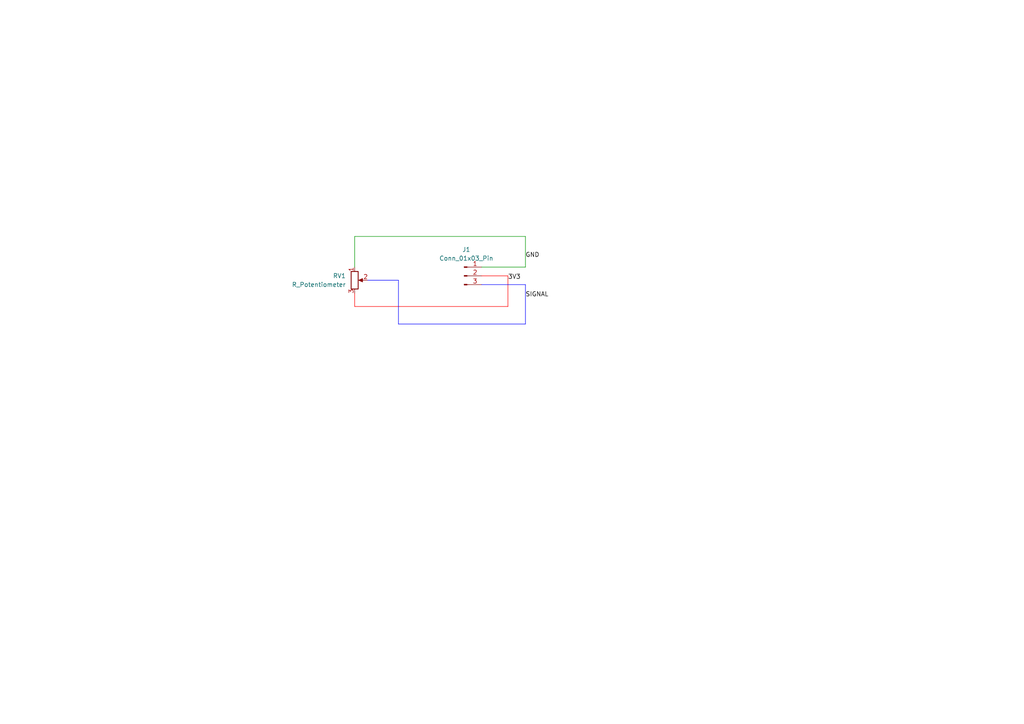
<source format=kicad_sch>
(kicad_sch (version 20231120) (generator "eeschema") (generator_version "8.0")
  (paper "A4")
  (title_block (title "BitMakeLab Component") (date "2024-05-14") (rev "1") (company "Think Create Learn"))
  (lib_symbols
    (symbol "Connector:Conn_01x03_Pin" (pin_names (offset 1.016) hide)
      (property "Reference" "J" (at 0 5.08 0))
      (property "Value" "Conn_01x03_Pin" (at 0 -5.08 0))
      (symbol "Conn_01x03_Pin_1_1"
        (polyline (pts (xy 1.27 -2.54) (xy 0.8636 -2.54)) (stroke (width 0.1524)))
        (polyline (pts (xy 1.27 0) (xy 0.8636 0)) (stroke (width 0.1524)))
        (polyline (pts (xy 1.27 2.54) (xy 0.8636 2.54)) (stroke (width 0.1524)))
        (rectangle (start 0.8636 -2.413) (end 0 -2.667) (stroke (width 0.1524)) (fill (type outline)))
        (rectangle (start 0.8636 0.127) (end 0 -0.127) (stroke (width 0.1524)) (fill (type outline)))
        (rectangle (start 0.8636 2.667) (end 0 2.413) (stroke (width 0.1524)) (fill (type outline)))
        (pin passive line (at 5.08 2.54 180) (length 3.81) (name "Pin_1") (number "1"))
        (pin passive line (at 5.08 0 180) (length 3.81) (name "Pin_2") (number "2"))
        (pin passive line (at 5.08 -2.54 180) (length 3.81) (name "Pin_3") (number "3"))
      )
    )
    (symbol "Device:R_Potentiometer" (pin_names (offset 1.016) hide)
      (property "Reference" "RV" (at -4.445 0 90))
      (property "Value" "R_Potentiometer" (at -2.54 0 90))
      (symbol "R_Potentiometer_0_1"
        (polyline (pts (xy 2.54 0) (xy 1.524 0)))
        (polyline (pts (xy 1.143 0) (xy 2.286 0.508) (xy 2.286 -0.508) (xy 1.143 0)) (fill (type outline)))
        (rectangle (start 1.016 2.54) (end -1.016 -2.54) (stroke (width 0.254)))
      )
      (symbol "R_Potentiometer_1_1"
        (pin passive line (at 0 3.81 270) (length 1.27) (name "1") (number "1"))
        (pin passive line (at 3.81 0 180) (length 1.27) (name "2") (number "2"))
        (pin passive line (at 0 -3.81 90) (length 1.27) (name "3") (number "3"))
      )
    )
  )
  (wire (pts (xy 115.57 93.98) (xy 115.57 81.28)) (stroke (width 0) (color 0 0 255 1)))
  (wire (pts (xy 139.7 77.47) (xy 152.4 77.47)))
  (wire (pts (xy 102.87 88.9) (xy 102.87 85.09)) (stroke (width 0) (color 255 0 0 1)))
  (wire (pts (xy 139.7 80.01) (xy 147.32 80.01)) (stroke (width 0) (color 255 0 0 1)))
  (wire (pts (xy 152.4 93.98) (xy 115.57 93.98)) (stroke (width 0) (color 0 0 255 1)))
  (wire (pts (xy 152.4 82.55) (xy 152.4 93.98)) (stroke (width 0) (color 0 0 255 1)))
  (wire (pts (xy 139.7 82.55) (xy 152.4 82.55)) (stroke (width 0) (color 0 0 255 1)))
  (wire (pts (xy 147.32 80.01) (xy 147.32 88.9)) (stroke (width 0) (color 255 0 0 1)))
  (wire (pts (xy 102.87 68.58) (xy 152.4 68.58)))
  (wire (pts (xy 102.87 68.58) (xy 102.87 77.47)))
  (wire (pts (xy 152.4 77.47) (xy 152.4 68.58)))
  (wire (pts (xy 106.68 81.28) (xy 115.57 81.28)) (stroke (width 0) (color 0 0 255 1)))
  (wire (pts (xy 102.87 88.9) (xy 147.32 88.9)) (stroke (width 0) (color 255 0 0 1)))
  (label "SIGNAL" (at 152.4 86.36 0))
  (label "3V3" (at 147.32 81.28 0))
  (label "GND" (at 152.4 74.93 0))
  (symbol (lib_id "Connector:Conn_01x03_Pin") (at 134.62 80.01 0) (unit 1)
    (property "Reference" "J1" (at 135.255 72.39 0))
    (property "Value" "Conn_01x03_Pin" (at 135.255 74.93 0))
    (property "Footprint" "Connector_PinHeader_2.54mm:PinHeader_1x03_P2.54mm_Vertical" (effects (hide yes)))
    (property "Description" "Generic connector, single row, 01x03, script generated" (effects (hide yes)))
  )
  (symbol (lib_id "Device:R_Potentiometer") (at 102.87 81.28 0) (unit 1)
    (property "Reference" "RV1" (at 100.33 80.0099 0) (effects (justify right)))
    (property "Value" "R_Potentiometer" (at 100.33 82.5499 0) (effects (justify right)))
    (property "Footprint" "potentiometer_THT:Potentiometer_Taiwan_Alpha_RV16AF-41" (effects (hide yes)))
    (property "Description" "Potentiometer" (effects (hide yes)))
  )
)
</source>
